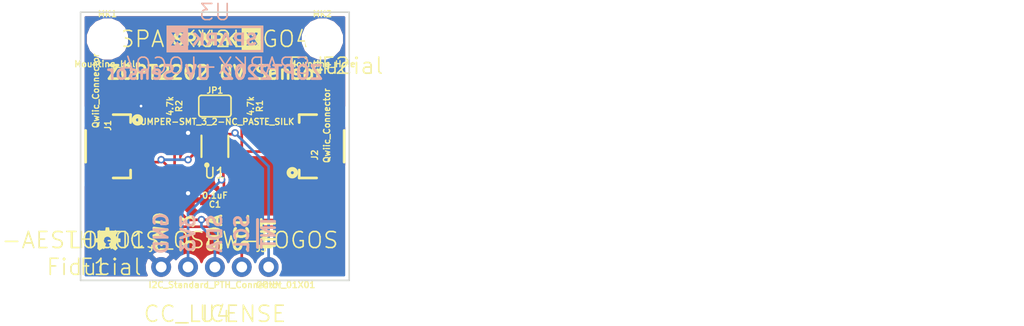
<source format=kicad_pcb>
(kicad_pcb (version 4) (host pcbnew 4.0.6)

  (general
    (links 20)
    (no_connects 0)
    (area 117.656001 90.0982 165.989429 129.7642)
    (thickness 1.6)
    (drawings 16)
    (tracks 96)
    (zones 0)
    (modules 17)
    (nets 8)
  )

  (page A4)
  (layers
    (0 F.Cu signal)
    (31 B.Cu signal)
    (34 B.Paste user hide)
    (35 F.Paste user hide)
    (36 B.SilkS user)
    (37 F.SilkS user)
    (38 B.Mask user hide)
    (39 F.Mask user hide)
    (44 Edge.Cuts user)
    (46 B.CrtYd user hide)
    (47 F.CrtYd user)
    (48 B.Fab user hide)
    (49 F.Fab user hide)
  )

  (setup
    (last_trace_width 0.25)
    (trace_clearance 0.2)
    (zone_clearance 0.3048)
    (zone_45_only no)
    (trace_min 0.2)
    (segment_width 0.2)
    (edge_width 0.15)
    (via_size 0.7)
    (via_drill 0.4)
    (via_min_size 0.4)
    (via_min_drill 0.3)
    (uvia_size 0.3)
    (uvia_drill 0.1)
    (uvias_allowed no)
    (uvia_min_size 0.2)
    (uvia_min_drill 0.1)
    (pcb_text_width 0.254)
    (pcb_text_size 1.27 1.27)
    (mod_edge_width 0.15)
    (mod_text_size 1 1)
    (mod_text_width 0.15)
    (pad_size 1.524 1.524)
    (pad_drill 0.762)
    (pad_to_mask_clearance 0.2)
    (aux_axis_origin 0 0)
    (visible_elements 7FFCFFE9)
    (pcbplotparams
      (layerselection 0x00030_80000001)
      (usegerberextensions true)
      (excludeedgelayer true)
      (linewidth 0.100000)
      (plotframeref false)
      (viasonmask false)
      (mode 1)
      (useauxorigin false)
      (hpglpennumber 1)
      (hpglpenspeed 20)
      (hpglpendiameter 15)
      (hpglpenoverlay 2)
      (psnegative false)
      (psa4output false)
      (plotreference false)
      (plotvalue false)
      (plotinvisibletext false)
      (padsonsilk false)
      (subtractmaskfromsilk false)
      (outputformat 1)
      (mirror false)
      (drillshape 0)
      (scaleselection 1)
      (outputdirectory ""))
  )

  (net 0 "")
  (net 1 GND)
  (net 2 +3V3)
  (net 3 SDA)
  (net 4 SCL)
  (net 5 ~INT)
  (net 6 "Net-(JP1-Pad1)")
  (net 7 "Net-(JP1-Pad3)")

  (net_class Default "This is the default net class."
    (clearance 0.2)
    (trace_width 0.25)
    (via_dia 0.7)
    (via_drill 0.4)
    (uvia_dia 0.3)
    (uvia_drill 0.1)
    (add_net +3V3)
    (add_net GND)
    (add_net "Net-(JP1-Pad1)")
    (add_net "Net-(JP1-Pad3)")
    (add_net SCL)
    (add_net SDA)
    (add_net ~INT)
  )

  (module SparkX:1X04_1MM_RA (layer F.Cu) (tedit 0) (tstamp 590A4B53)
    (at 142.24 104.14 270)
    (descr "<h3>SMD- 4 Pin Right Angle </h3>\n<p>Specifications:\n<ul><li>Pin count:4</li>\n<li>Pin pitch:0.1\"</li>\n</ul></p>\n<p>Example device(s):\n<ul><li>CONN_04</li>\n</ul></p>")
    (path /59076580)
    (fp_text reference J1 (at -1.397 2.159 270) (layer F.SilkS)
      (effects (font (size 0.57912 0.57912) (thickness 0.12192)) (justify left bottom))
    )
    (fp_text value Qwiic_Connector (at -1.651 3.302 270) (layer F.SilkS)
      (effects (font (size 0.57912 0.57912) (thickness 0.12192)) (justify left bottom))
    )
    (fp_line (start -1.5 4.6) (end 1.5 4.6) (layer F.SilkS) (width 0.254))
    (fp_line (start -3 2) (end -3 0.35) (layer F.SilkS) (width 0.254))
    (fp_line (start 2.25 0.35) (end 3 0.35) (layer F.SilkS) (width 0.254))
    (fp_line (start 3 0.35) (end 3 2) (layer F.SilkS) (width 0.254))
    (fp_line (start -3 0.35) (end -2.25 0.35) (layer F.SilkS) (width 0.254))
    (fp_circle (center -2.5 -0.3) (end -2.3586 -0.3) (layer F.SilkS) (width 0.4))
    (pad NC2 smd rect (at -2.8 3.675 270) (size 1.2 2) (layers F.Cu F.Paste F.Mask))
    (pad NC1 smd rect (at 2.8 3.675 270) (size 1.2 2) (layers F.Cu F.Paste F.Mask))
    (pad 1 smd rect (at -1.5 0 270) (size 0.6 1.35) (layers F.Cu F.Paste F.Mask)
      (net 1 GND))
    (pad 2 smd rect (at -0.5 0 270) (size 0.6 1.35) (layers F.Cu F.Paste F.Mask)
      (net 2 +3V3))
    (pad 3 smd rect (at 0.5 0 270) (size 0.6 1.35) (layers F.Cu F.Paste F.Mask)
      (net 3 SDA))
    (pad 4 smd rect (at 1.5 0 270) (size 0.6 1.35) (layers F.Cu F.Paste F.Mask)
      (net 4 SCL))
  )

  (module SparkX:1X04_1MM_RA (layer F.Cu) (tedit 0) (tstamp 590A4B5D)
    (at 157.48 104.14 90)
    (descr "<h3>SMD- 4 Pin Right Angle </h3>\n<p>Specifications:\n<ul><li>Pin count:4</li>\n<li>Pin pitch:0.1\"</li>\n</ul></p>\n<p>Example device(s):\n<ul><li>CONN_04</li>\n</ul></p>")
    (path /590768F2)
    (fp_text reference J2 (at -1.397 2.159 90) (layer F.SilkS)
      (effects (font (size 0.57912 0.57912) (thickness 0.12192)) (justify left bottom))
    )
    (fp_text value Qwiic_Connector (at -1.651 3.302 90) (layer F.SilkS)
      (effects (font (size 0.57912 0.57912) (thickness 0.12192)) (justify left bottom))
    )
    (fp_line (start -1.5 4.6) (end 1.5 4.6) (layer F.SilkS) (width 0.254))
    (fp_line (start -3 2) (end -3 0.35) (layer F.SilkS) (width 0.254))
    (fp_line (start 2.25 0.35) (end 3 0.35) (layer F.SilkS) (width 0.254))
    (fp_line (start 3 0.35) (end 3 2) (layer F.SilkS) (width 0.254))
    (fp_line (start -3 0.35) (end -2.25 0.35) (layer F.SilkS) (width 0.254))
    (fp_circle (center -2.5 -0.3) (end -2.3586 -0.3) (layer F.SilkS) (width 0.4))
    (pad NC2 smd rect (at -2.8 3.675 90) (size 1.2 2) (layers F.Cu F.Paste F.Mask))
    (pad NC1 smd rect (at 2.8 3.675 90) (size 1.2 2) (layers F.Cu F.Paste F.Mask))
    (pad 1 smd rect (at -1.5 0 90) (size 0.6 1.35) (layers F.Cu F.Paste F.Mask)
      (net 1 GND))
    (pad 2 smd rect (at -0.5 0 90) (size 0.6 1.35) (layers F.Cu F.Paste F.Mask)
      (net 2 +3V3))
    (pad 3 smd rect (at 0.5 0 90) (size 0.6 1.35) (layers F.Cu F.Paste F.Mask)
      (net 3 SDA))
    (pad 4 smd rect (at 1.5 0 90) (size 0.6 1.35) (layers F.Cu F.Paste F.Mask)
      (net 4 SCL))
  )

  (module SparkX:1X01_NO_SILK (layer F.Cu) (tedit 0) (tstamp 590A4B62)
    (at 154.94 115.57)
    (descr "<h3>Plated Through Hole - No Silk Outline</h3>\n<p>Specifications:\n<ul><li>Pin count:2</li>\n<li>Pin pitch:0.1\"</li>\n</ul></p>\n<p>Example device(s):\n<ul><li>CONN_02</li>\n</ul></p>")
    (path /5907F2C5)
    (fp_text reference J3 (at -1.27 -1.397) (layer F.SilkS)
      (effects (font (size 0.57912 0.57912) (thickness 0.12192)) (justify left bottom))
    )
    (fp_text value CONN_01X01 (at -1.27 2.032) (layer F.SilkS)
      (effects (font (size 0.57912 0.57912) (thickness 0.12192)) (justify left bottom))
    )
    (fp_poly (pts (xy -0.254 0.254) (xy 0.254 0.254) (xy 0.254 -0.254) (xy -0.254 -0.254)) (layer Dwgs.User) (width 0))
    (pad 1 thru_hole circle (at 0 0 90) (size 1.8796 1.8796) (drill 1.016) (layers *.Cu *.Mask)
      (net 5 ~INT))
  )

  (module SparkX:1X04_NO_SILK (layer F.Cu) (tedit 0) (tstamp 590A4B6A)
    (at 144.78 115.57)
    (descr "<h3>Plated Through Hole - 4 Pin No Silk Outline</h3>\n<p>Specifications:\n<ul><li>Pin count:4</li>\n<li>Pin pitch:0.1\"</li>\n</ul></p>\n<p>Example device(s):\n<ul><li>CONN_04</li>\n</ul></p>")
    (path /590843FA)
    (fp_text reference J4 (at -1.27 -1.397) (layer F.SilkS)
      (effects (font (size 0.57912 0.57912) (thickness 0.12192)) (justify left bottom))
    )
    (fp_text value I2C_Standard_PTH_Connector (at -1.27 2.032) (layer F.SilkS)
      (effects (font (size 0.57912 0.57912) (thickness 0.12192)) (justify left bottom))
    )
    (fp_poly (pts (xy 7.366 0.254) (xy 7.874 0.254) (xy 7.874 -0.254) (xy 7.366 -0.254)) (layer Dwgs.User) (width 0))
    (fp_poly (pts (xy 4.826 0.254) (xy 5.334 0.254) (xy 5.334 -0.254) (xy 4.826 -0.254)) (layer Dwgs.User) (width 0))
    (fp_poly (pts (xy 2.286 0.254) (xy 2.794 0.254) (xy 2.794 -0.254) (xy 2.286 -0.254)) (layer Dwgs.User) (width 0))
    (fp_poly (pts (xy -0.254 0.254) (xy 0.254 0.254) (xy 0.254 -0.254) (xy -0.254 -0.254)) (layer Dwgs.User) (width 0))
    (pad 1 thru_hole circle (at 0 0 90) (size 1.8796 1.8796) (drill 1.016) (layers *.Cu *.Mask)
      (net 1 GND))
    (pad 2 thru_hole circle (at 2.54 0 90) (size 1.8796 1.8796) (drill 1.016) (layers *.Cu *.Mask)
      (net 2 +3V3))
    (pad 3 thru_hole circle (at 5.08 0 90) (size 1.8796 1.8796) (drill 1.016) (layers *.Cu *.Mask)
      (net 3 SDA))
    (pad 4 thru_hole circle (at 7.62 0 90) (size 1.8796 1.8796) (drill 1.016) (layers *.Cu *.Mask)
      (net 4 SCL))
  )

  (module SparkFun_Sensors:ZOPT220x (layer F.Cu) (tedit 590A427A) (tstamp 590A4B96)
    (at 149.86 104.14)
    (descr KSA)
    (tags "Sensor UV")
    (path /59083639)
    (fp_text reference U1 (at 0 2.54) (layer F.SilkS)
      (effects (font (size 1 1) (thickness 0.15)))
    )
    (fp_text value ZOPT220X (at 0 -2.54) (layer F.Fab)
      (effects (font (size 1 1) (thickness 0.15)))
    )
    (fp_line (start -0.9906 0.7112) (end -0.7366 0.7112) (layer F.Fab) (width 0.127))
    (fp_line (start -0.7366 0.7112) (end -0.7366 0.9144) (layer F.Fab) (width 0.127))
    (fp_line (start -0.7366 0.9144) (end -0.9906 0.9144) (layer F.Fab) (width 0.127))
    (fp_line (start -0.9906 0.9144) (end -0.9906 0.7112) (layer F.Fab) (width 0.127))
    (fp_line (start -0.9906 0.5588) (end -0.9906 0.3556) (layer F.Fab) (width 0.127))
    (fp_line (start -0.7366 0.5588) (end -0.9906 0.5588) (layer F.Fab) (width 0.127))
    (fp_line (start -0.7366 0.3556) (end -0.7366 0.5588) (layer F.Fab) (width 0.127))
    (fp_line (start -0.9906 0.3556) (end -0.7366 0.3556) (layer F.Fab) (width 0.127))
    (fp_line (start -0.9906 -0.0508) (end -0.7366 -0.0508) (layer F.Fab) (width 0.127))
    (fp_line (start -0.7366 -0.0508) (end -0.7366 0.1524) (layer F.Fab) (width 0.127))
    (fp_line (start -0.7366 0.1524) (end -0.9906 0.1524) (layer F.Fab) (width 0.127))
    (fp_line (start -0.9906 0.1524) (end -0.9906 -0.0508) (layer F.Fab) (width 0.127))
    (fp_line (start -0.9906 -0.254) (end -0.9906 -0.4572) (layer F.Fab) (width 0.127))
    (fp_line (start -0.7366 -0.254) (end -0.9906 -0.254) (layer F.Fab) (width 0.127))
    (fp_line (start -0.7366 -0.4572) (end -0.7366 -0.254) (layer F.Fab) (width 0.127))
    (fp_line (start -0.9906 -0.4572) (end -0.7366 -0.4572) (layer F.Fab) (width 0.127))
    (fp_line (start -0.9906 -0.8636) (end -0.7366 -0.8636) (layer F.Fab) (width 0.127))
    (fp_line (start -0.7366 -0.8636) (end -0.7366 -0.6604) (layer F.Fab) (width 0.127))
    (fp_line (start -0.7366 -0.6604) (end -0.9906 -0.6604) (layer F.Fab) (width 0.127))
    (fp_line (start -0.9906 -0.6604) (end -0.9906 -0.8636) (layer F.Fab) (width 0.127))
    (fp_line (start 1.27 -1.016) (end 1.27 1.016) (layer F.SilkS) (width 0.2032))
    (fp_line (start -1.27 -1.016) (end -1.27 1.016) (layer F.SilkS) (width 0.2032))
    (fp_circle (center -0.762 1.778) (end -0.889 1.778) (layer F.SilkS) (width 0.254))
    (fp_line (start -1.1 -1) (end -1.1 1) (layer F.CrtYd) (width 0.127))
    (fp_line (start 1.1 -1) (end 1.1 1) (layer F.CrtYd) (width 0.127))
    (fp_line (start -1.1 -1) (end 1.1 -1) (layer F.CrtYd) (width 0.127))
    (fp_line (start -1.1 1) (end 1.1 1) (layer F.CrtYd) (width 0.127))
    (pad 1 smd rect (at -0.8 0.8246) (size 0.5 1) (layers F.Cu F.Paste F.Mask)
      (net 4 SCL))
    (pad 2 smd rect (at 0 0.85) (size 0.5 1) (layers F.Cu F.Paste F.Mask)
      (net 3 SDA))
    (pad 3 smd rect (at 0.8 0.85) (size 0.5 1) (layers F.Cu F.Paste F.Mask)
      (net 2 +3V3))
    (pad 6 smd rect (at -0.8 -1.15) (size 0.5 1) (layers F.Cu F.Paste F.Mask))
    (pad 5 smd rect (at 0 -1.15) (size 0.5 1) (layers F.Cu F.Paste F.Mask)
      (net 1 GND))
    (pad 4 smd rect (at 0.8 -1.15) (size 0.5 1) (layers F.Cu F.Paste F.Mask)
      (net 5 ~INT))
  )

  (module SparkX:SPARKX-MEDIUM (layer B.Cu) (tedit 590A4B6B) (tstamp 590A4B9E)
    (at 149.86 93.98 180)
    (path /58D2A8F5)
    (fp_text reference U3 (at 0 2.54 180) (layer B.SilkS)
      (effects (font (thickness 0.15)) (justify mirror))
    )
    (fp_text value SPARKX-LOGO4 (at 0 -2.54 180) (layer B.SilkS)
      (effects (font (thickness 0.15)) (justify mirror))
    )
    (fp_poly (pts (xy -4.572 1.265528) (xy -4.572 -1.265528) (xy 2.446934 -1.265528) (xy 2.446934 -1.030528)
      (xy -4.337 -1.030528) (xy -4.337 1.030528) (xy 2.529231 1.030528) (xy 2.529231 -0.123241)
      (xy 3.300069 -0.123241) (xy 3.391509 0.010059) (xy 2.981859 0.612647) (xy 3.297325 0.612647)
      (xy 3.555188 0.214884) (xy 3.814878 0.612647) (xy 4.1212 0.612647) (xy 3.71155 0.013716)
      (xy 3.805022 -0.123241) (xy 4.572 -0.123241) (xy 4.572 1.265528) (xy 2.529231 1.265528)) (layer B.SilkS) (width 0))
    (fp_poly (pts (xy 4.572 -0.123241) (xy 3.805022 -0.123241) (xy 4.139488 -0.613563) (xy 4.137659 -0.613563)
      (xy 3.822191 -0.613563) (xy 3.546956 -0.192938) (xy 3.269894 -0.613563) (xy 2.963572 -0.613563)
      (xy 3.300069 -0.123241) (xy 2.529231 -0.123241) (xy 2.529231 -1.030528) (xy 2.446934 -1.030528)
      (xy 2.446934 -1.265528) (xy 2.529231 -1.265528) (xy 4.572 -1.265528)) (layer B.SilkS) (width 0))
    (fp_poly (pts (xy -3.481122 0.629106) (xy -3.571647 0.622403) (xy -3.653944 0.602591) (xy -3.727094 0.570584)
      (xy -3.789275 0.527609) (xy -3.839363 0.473963) (xy -3.877056 0.411481) (xy -3.900525 0.340056)
      (xy -3.904284 0.300634) (xy -3.637381 0.300634) (xy -3.631388 0.326138) (xy -3.601822 0.360275)
      (xy -3.552444 0.383338) (xy -3.483863 0.391363) (xy -3.405225 0.383234) (xy -3.326588 0.359359)
      (xy -3.220009 0.300634) (xy -3.145028 0.300634) (xy -3.02575 0.473659) (xy -3.125116 0.540206)
      (xy -3.233319 0.588875) (xy -3.351681 0.618947)) (layer B.SilkS) (width 0))
    (fp_poly (pts (xy -3.145028 0.300634) (xy -3.220009 0.300634) (xy -3.165653 0.270663)) (layer B.SilkS) (width 0))
    (fp_poly (pts (xy -3.637381 0.300634) (xy -3.904284 0.300634) (xy -3.908147 0.259691) (xy -3.908147 0.256031)
      (xy -3.900728 0.172516) (xy -3.878884 0.103328) (xy -3.844038 0.046941) (xy -3.797503 0.000916)
      (xy -3.669488 -0.068581) (xy -3.500322 -0.119788) (xy -3.37505 -0.156363) (xy -3.299156 -0.191109)
      (xy -3.262578 -0.2286) (xy -3.252522 -0.275234) (xy -3.252522 -0.278891) (xy -3.264206 -0.327559)
      (xy -3.299156 -0.363931) (xy -3.354934 -0.386994) (xy -3.429916 -0.395022) (xy -3.531006 -0.384859)
      (xy -3.623769 -0.354788) (xy -3.711244 -0.307544) (xy -3.796588 -0.245975) (xy -3.955694 -0.437084)
      (xy -3.839363 -0.524153) (xy -3.710634 -0.585216) (xy -3.574391 -0.621488) (xy -3.4354 -0.633678)
      (xy -3.339997 -0.627381) (xy -3.253434 -0.608075) (xy -3.177134 -0.576988) (xy -3.111703 -0.534925)
      (xy -3.058972 -0.480975) (xy -3.01935 -0.416053) (xy -2.994659 -0.339953) (xy -2.986431 -0.254203)
      (xy -2.986431 -0.250547) (xy -2.986431 -0.246888) (xy -2.992728 -0.172009) (xy -3.012034 -0.108813)
      (xy -3.043834 -0.054763) (xy -3.087928 -0.008228) (xy -3.210459 0.064922) (xy -3.376878 0.119788)
      (xy -3.507638 0.156363) (xy -3.589019 0.189281) (xy -3.630169 0.2286) (xy -3.641141 0.280722)
      (xy -3.641141 0.284378)) (layer B.SilkS) (width 0))
    (fp_poly (pts (xy 1.863141 0.300634) (xy 1.547369 0.300634) (xy 1.339597 0.076809) (xy 1.339597 0.300634)
      (xy 1.069847 0.300634) (xy 1.069847 -0.613563) (xy 1.339597 -0.613563) (xy 1.339597 -0.238659)
      (xy 1.481328 -0.091441) (xy 1.861719 -0.613563) (xy 2.185416 -0.613563) (xy 1.663294 0.092353)) (layer B.SilkS) (width 0))
    (fp_poly (pts (xy 1.863141 0.300634) (xy 2.162556 0.612647) (xy 1.837028 0.612647) (xy 1.547369 0.300634)) (layer B.SilkS) (width 0))
    (fp_poly (pts (xy 1.339597 0.300634) (xy 1.339597 0.612647) (xy 1.069847 0.612647) (xy 1.069847 0.300634)) (layer B.SilkS) (width 0))
    (fp_poly (pts (xy 0.817272 0.300634) (xy 0.515519 0.300634) (xy 0.538481 0.270663) (xy 0.552297 0.193853)
      (xy 0.552297 0.191109) (xy 0.539191 0.120497) (xy 0.499263 0.064922) (xy 0.434138 0.029463)
      (xy 0.345644 0.017375) (xy 0.072238 0.017375) (xy 0.072238 0.300634) (xy -0.197509 0.300634)
      (xy -0.197509 -0.613563) (xy 0.072238 -0.613563) (xy 0.072238 -0.221284) (xy 0.284378 -0.221284)
      (xy 0.546813 -0.613563) (xy 0.862278 -0.613563) (xy 0.562356 -0.175566) (xy 0.668731 -0.119278)
      (xy 0.75255 -0.038406) (xy 0.807313 0.068988) (xy 0.825703 0.203913) (xy 0.825703 0.207569)
      (xy 0.818184 0.297688)) (layer B.SilkS) (width 0))
    (fp_poly (pts (xy 0.817272 0.300634) (xy 0.795425 0.377547) (xy 0.757428 0.446838) (xy 0.704088 0.505663)
      (xy 0.637031 0.5525) (xy 0.557884 0.585928) (xy 0.466547 0.605944) (xy 0.363016 0.612647)
      (xy -0.197509 0.612647) (xy -0.197509 0.300634) (xy 0.072238 0.300634) (xy 0.072238 0.369419)
      (xy 0.340156 0.369419) (xy 0.429363 0.358444) (xy 0.496519 0.325525) (xy 0.515519 0.300634)) (layer B.SilkS) (width 0))
    (fp_poly (pts (xy -0.775919 0.300634) (xy -1.298041 0.300634) (xy -1.687069 -0.613563) (xy -1.411834 -0.613563)
      (xy -1.040588 0.297181) (xy -0.669341 -0.613563) (xy -0.386791 -0.613563)) (layer B.SilkS) (width 0))
    (fp_poly (pts (xy -0.775919 0.300634) (xy -0.912572 0.621791) (xy -1.161288 0.621791) (xy -1.298041 0.300634)) (layer B.SilkS) (width 0))
    (fp_poly (pts (xy -1.795375 0.300634) (xy -2.097125 0.300634) (xy -2.069184 0.263753) (xy -2.054656 0.183794)
      (xy -2.054656 0.180138) (xy -2.068475 0.107697) (xy -2.110434 0.04755) (xy -2.177797 0.007619)
      (xy -2.267713 -0.005488) (xy -2.481681 -0.005488) (xy -2.481681 0.300634) (xy -2.752344 0.300634)
      (xy -2.752344 -0.611734) (xy -2.482597 -0.611734) (xy -2.482597 -0.244144) (xy -2.277772 -0.244144)
      (xy -2.177797 -0.237238) (xy -2.083919 -0.216713) (xy -1.999488 -0.182575) (xy -1.926641 -0.135331)
      (xy -1.866391 -0.074169) (xy -1.820572 0) (xy -1.791819 0.087172) (xy -1.782166 0.187453)
      (xy -1.78125 0.185622) (xy -1.78125 0.189281) (xy -1.789378 0.279806)) (layer B.SilkS) (width 0))
    (fp_poly (pts (xy -1.795375 0.300634) (xy -1.813256 0.362103) (xy -1.852675 0.434747) (xy -1.906525 0.496519)
      (xy -1.973581 0.5461) (xy -2.053744 0.583388) (xy -2.1463 0.60645) (xy -2.251253 0.614478)
      (xy -2.752344 0.614478) (xy -2.752344 0.300634) (xy -2.481681 0.300634) (xy -2.481681 0.369419)
      (xy -2.273197 0.369419) (xy -2.182266 0.357631) (xy -2.113178 0.321869) (xy -2.097125 0.300634)) (layer B.SilkS) (width 0))
  )

  (module SparkFun-Capacitors:0603 (layer F.Cu) (tedit 0) (tstamp 590A5209)
    (at 149.86 109.22 180)
    (descr "<p><b>Generic 1608 (0603) package</b></p>\n<p>0.2mm courtyard excess rounded to nearest 0.05mm.</p>")
    (path /590756AB)
    (fp_text reference C1 (at 0 -0.762 180) (layer F.SilkS)
      (effects (font (size 0.57912 0.57912) (thickness 0.12192)) (justify bottom))
    )
    (fp_text value 0.1uF (at 0 0.762 180) (layer F.SilkS)
      (effects (font (size 0.57912 0.57912) (thickness 0.12192)) (justify top))
    )
    (fp_line (start -0.356 -0.432) (end 0.356 -0.432) (layer Dwgs.User) (width 0.1016))
    (fp_line (start -0.356 0.419) (end 0.356 0.419) (layer Dwgs.User) (width 0.1016))
    (fp_poly (pts (xy -0.8382 0.4699) (xy -0.3381 0.4699) (xy -0.3381 -0.4801) (xy -0.8382 -0.4801)) (layer Dwgs.User) (width 0))
    (fp_poly (pts (xy 0.3302 0.4699) (xy 0.8303 0.4699) (xy 0.8303 -0.4801) (xy 0.3302 -0.4801)) (layer Dwgs.User) (width 0))
    (fp_poly (pts (xy -0.1999 0.3) (xy 0.1999 0.3) (xy 0.1999 -0.3) (xy -0.1999 -0.3)) (layer F.Adhes) (width 0))
    (pad 1 smd rect (at -0.85 0 180) (size 1.1 1) (layers F.Cu F.Paste F.Mask)
      (net 2 +3V3))
    (pad 2 smd rect (at 0.85 0 180) (size 1.1 1) (layers F.Cu F.Paste F.Mask)
      (net 1 GND))
  )

  (module SparkFun-Aesthetics:FIDUCIAL-1X2 (layer F.Cu) (tedit 0) (tstamp 590CB266)
    (at 138.43 115.57)
    (descr "<h3>Fiducial - Circle, 1mm</h3>\n<p>Point-of-reference for pick-and-place machines and other optical instruments.</p>\n<p>Devices using:\n<ul><li>FIDUCIAL</li></ul></p>")
    (path /59092EBB)
    (fp_text reference F1 (at 0 0) (layer F.SilkS)
      (effects (font (thickness 0.15)))
    )
    (fp_text value Fiducial (at 0 0) (layer F.SilkS)
      (effects (font (thickness 0.15)))
    )
    (pad 1 smd circle (at 0 0) (size 1 1) (layers F.Cu F.Paste F.Mask))
  )

  (module SparkFun-Aesthetics:FIDUCIAL-1X2 (layer F.Cu) (tedit 0) (tstamp 590CB26A)
    (at 161.29 96.52)
    (descr "<h3>Fiducial - Circle, 1mm</h3>\n<p>Point-of-reference for pick-and-place machines and other optical instruments.</p>\n<p>Devices using:\n<ul><li>FIDUCIAL</li></ul></p>")
    (path /59092D95)
    (fp_text reference F2 (at 0 0) (layer F.SilkS)
      (effects (font (thickness 0.15)))
    )
    (fp_text value Fiducial (at 0 0) (layer F.SilkS)
      (effects (font (thickness 0.15)))
    )
    (pad 1 smd circle (at 0 0) (size 1 1) (layers F.Cu F.Paste F.Mask))
  )

  (module SparkFun-Jumpers:SMT-JUMPER_3_2-NC_PASTE_SILK (layer F.Cu) (tedit 0) (tstamp 590CB273)
    (at 149.86 100.33)
    (path /59082286)
    (fp_text reference JP1 (at 0 -1.143) (layer F.SilkS)
      (effects (font (size 0.57912 0.57912) (thickness 0.12192)) (justify bottom))
    )
    (fp_text value JUMPER-SMT_3_2-NC_PASTE_SILK (at 0 1.143) (layer F.SilkS)
      (effects (font (size 0.57912 0.57912) (thickness 0.12192)) (justify top))
    )
    (fp_line (start 1.27 1.016) (end -1.27 1.016) (layer F.SilkS) (width 0.1524))
    (fp_arc (start 1.27 -0.762) (end 1.27 -1.016) (angle 90) (layer F.SilkS) (width 0.1524))
    (fp_arc (start -1.27 -0.762) (end -1.524 -0.762) (angle 90) (layer F.SilkS) (width 0.1524))
    (fp_arc (start -1.27 0.762) (end -1.524 0.762) (angle -90) (layer F.SilkS) (width 0.1524))
    (fp_arc (start 1.27 0.762) (end 1.27 1.016) (angle -90) (layer F.SilkS) (width 0.1524))
    (fp_line (start 1.524 0.762) (end 1.524 -0.762) (layer F.SilkS) (width 0.1524))
    (fp_line (start -1.524 0.762) (end -1.524 -0.762) (layer F.SilkS) (width 0.1524))
    (fp_line (start -1.27 -1.016) (end 1.27 -1.016) (layer F.SilkS) (width 0.1524))
    (fp_poly (pts (xy -1.651 1.1176) (xy 1.651 1.1176) (xy 1.651 -1.1176) (xy -1.651 -1.1176)) (layer F.Paste) (width 0))
    (pad 1 smd rect (at -0.8128 0) (size 0.635 1.27) (layers F.Cu F.Paste F.Mask)
      (net 6 "Net-(JP1-Pad1)"))
    (pad 2 smd rect (at 0 0) (size 0.635 1.27) (layers F.Cu F.Paste F.Mask)
      (net 2 +3V3))
    (pad 3 smd rect (at 0.8128 0) (size 0.635 1.27) (layers F.Cu F.Paste F.Mask)
      (net 7 "Net-(JP1-Pad3)"))
  )

  (module SparkFun-Aesthetics:OSHW-LOGO-MINI (layer F.Cu) (tedit 0) (tstamp 590CB279)
    (at 139.7 113.03)
    (descr "<h3>Open-Source Hardware (OSHW) Logo - Mini - Silkscreen</h3>\n<p>Silkscreen logo for open-source hardware designs.</p>\n<p>Devices using:\n<ul><li>OSHW_LOGO</li></ul></p>")
    (path /59090398)
    (fp_text reference LOGO1 (at 0 0) (layer F.SilkS)
      (effects (font (thickness 0.15)))
    )
    (fp_text value SPARKFUN-AESTHETICS_OSHW-LOGOS (at 0 0) (layer F.SilkS)
      (effects (font (thickness 0.15)))
    )
    (fp_poly (pts (xy 1.2366 0.172631) (xy 1.2366 -0.147369) (xy 0.8766 -0.207369) (xy 0.8766 -0.247369)
      (xy 0.8666 -0.257369) (xy 0.8666 -0.277369) (xy 0.8566 -0.287369) (xy 0.8466 -0.307369)
      (xy 0.8466 -0.327369) (xy 0.8366 -0.337369) (xy 0.8366 -0.357369) (xy 0.8266 -0.367369)
      (xy 0.8166 -0.387369) (xy 0.8066 -0.397369) (xy 0.8066 -0.417369) (xy 0.7966 -0.427369)
      (xy 0.7866 -0.447369) (xy 0.7766 -0.457369) (xy 0.9866 -0.747369) (xy 0.7566 -0.967369)
      (xy 0.4666 -0.767369) (xy 0.4566 -0.777369) (xy 0.4366 -0.787369) (xy 0.4266 -0.787369)
      (xy 0.4066 -0.797369) (xy 0.3966 -0.807369) (xy 0.3766 -0.817369) (xy 0.3666 -0.817369)
      (xy 0.3466 -0.827369) (xy 0.3366 -0.837369) (xy 0.3166 -0.837369) (xy 0.2966 -0.847369)
      (xy 0.2866 -0.847369) (xy 0.2666 -0.857369) (xy 0.2566 -0.857369) (xy 0.2366 -0.867369)
      (xy 0.2166 -0.867369) (xy 0.1566 -1.217369) (xy -0.1634 -1.217369) (xy -0.2234 -0.867369)
      (xy -0.2334 -0.867369) (xy -0.2534 -0.857369) (xy -0.2734 -0.857369) (xy -0.2834 -0.847369)
      (xy -0.3034 -0.847369) (xy -0.3234 -0.837369) (xy -0.3334 -0.837369) (xy -0.3534 -0.827369)
      (xy -0.3634 -0.817369) (xy -0.3834 -0.817369) (xy -0.3934 -0.807369) (xy -0.4134 -0.797369)
      (xy -0.4234 -0.787369) (xy -0.4434 -0.787369) (xy -0.4534 -0.777369) (xy -0.4734 -0.767369)
      (xy -0.7634 -0.967369) (xy -0.9834 -0.747369) (xy -0.7834 -0.457369) (xy -0.7934 -0.447369)
      (xy -0.7934 -0.427369) (xy -0.8034 -0.417369) (xy -0.8134 -0.397369) (xy -0.8234 -0.387369)
      (xy -0.8234 -0.367369) (xy -0.8334 -0.357369) (xy -0.8434 -0.337369) (xy -0.8434 -0.327369)
      (xy -0.8634 -0.287369) (xy -0.8634 -0.277369) (xy -0.8734 -0.257369) (xy -0.8734 -0.247369)
      (xy -0.8834 -0.227369) (xy -0.8834 -0.207369) (xy -1.2334 -0.147369) (xy -1.2334 0.172631)
      (xy -0.8834 0.232631) (xy -0.8834 0.242631) (xy -0.8734 0.262631) (xy -0.8734 0.282631)
      (xy -0.8634 0.292631) (xy -0.8634 0.312631) (xy -0.8534 0.322631) (xy -0.8434 0.342631)
      (xy -0.8434 0.362631) (xy -0.8334 0.372631) (xy -0.8334 0.392631) (xy -0.8234 0.402631)
      (xy -0.8134 0.422631) (xy -0.8034 0.432631) (xy -0.7934 0.452631) (xy -0.7934 0.462631)
      (xy -0.7834 0.482631) (xy -0.9834 0.762631) (xy -0.7634 0.992631) (xy -0.4734 0.792631)
      (xy -0.4634 0.792631) (xy -0.4534 0.802631) (xy -0.4434 0.802631) (xy -0.4334 0.812631)
      (xy -0.4234 0.812631) (xy -0.4134 0.822631) (xy -0.4034 0.822631) (xy -0.3934 0.832631)
      (xy -0.3834 0.832631) (xy -0.3734 0.842631) (xy -0.3634 0.842631) (xy -0.3534 0.852631)
      (xy -0.3334 0.852631) (xy -0.3234 0.862631) (xy -0.1234 0.322631) (xy -0.1534 0.312631)
      (xy -0.1934 0.292631) (xy -0.2134 0.272631) (xy -0.2334 0.262631) (xy -0.2534 0.242631)
      (xy -0.2634 0.222631) (xy -0.2834 0.202631) (xy -0.3034 0.162631) (xy -0.3134 0.132631)
      (xy -0.3334 0.092631) (xy -0.3334 0.062631) (xy -0.3434 0.032631) (xy -0.3434 -0.027369)
      (xy -0.3034 -0.147369) (xy -0.2634 -0.207369) (xy -0.2434 -0.227369) (xy -0.2134 -0.247369)
      (xy -0.1934 -0.267369) (xy -0.1634 -0.287369) (xy -0.1334 -0.297369) (xy -0.1034 -0.317369)
      (xy -0.0734 -0.317369) (xy -0.0334 -0.327369) (xy 0.0366 -0.327369) (xy 0.0666 -0.317369)
      (xy 0.0966 -0.317369) (xy 0.1266 -0.297369) (xy 0.1566 -0.287369) (xy 0.2166 -0.247369)
      (xy 0.2566 -0.207369) (xy 0.2966 -0.147369) (xy 0.3066 -0.117369) (xy 0.3266 -0.087369)
      (xy 0.3266 -0.057369) (xy 0.3366 -0.027369) (xy 0.3366 0.062631) (xy 0.3266 0.092631)
      (xy 0.3266 0.112631) (xy 0.3166 0.132631) (xy 0.3066 0.162631) (xy 0.2966 0.182631)
      (xy 0.2766 0.202631) (xy 0.2666 0.222631) (xy 0.2266 0.262631) (xy 0.2066 0.272631)
      (xy 0.1866 0.292631) (xy 0.1266 0.322631) (xy 0.3266 0.862631) (xy 0.3266 0.852631)
      (xy 0.3466 0.852631) (xy 0.3566 0.842631) (xy 0.3666 0.842631) (xy 0.3766 0.832631)
      (xy 0.3866 0.832631) (xy 0.3966 0.822631) (xy 0.4166 0.822631) (xy 0.4266 0.812631)
      (xy 0.4366 0.812631) (xy 0.4566 0.792631) (xy 0.4666 0.792631) (xy 0.7566 0.992631)
      (xy 0.9866 0.762631) (xy 0.7766 0.482631) (xy 0.7866 0.462631) (xy 0.7966 0.452631)
      (xy 0.8066 0.432631) (xy 0.8066 0.422631) (xy 0.8166 0.402631) (xy 0.8266 0.392631)
      (xy 0.8366 0.372631) (xy 0.8366 0.362631) (xy 0.8566 0.322631) (xy 0.8566 0.312631)
      (xy 0.8666 0.292631) (xy 0.8666 0.282631) (xy 0.8766 0.262631) (xy 0.8766 0.242631)
      (xy 0.8866 0.232631)) (layer F.SilkS) (width 0))
  )

  (module SparkFun-Hardware:STAND-OFF (layer F.Cu) (tedit 0) (tstamp 590CB27C)
    (at 139.7 93.98)
    (descr "<h3>Standoff (#4 Screw)</h3>\n<p>This is the mechanical footprint for a #4 phillips button head screw. Use the keepout ring to avoid running the screw head into surrounding components.</p>\n<h4>Devices Using</h4>\n<ul><li>STAND-OFF</li></ul>")
    (path /59075789)
    (fp_text reference MK1 (at 0 -2.032) (layer F.SilkS)
      (effects (font (size 0.57912 0.57912) (thickness 0.12192)) (justify bottom))
    )
    (fp_text value Mounting_Hole (at 0 2.032) (layer F.SilkS)
      (effects (font (size 0.57912 0.57912) (thickness 0.12192)) (justify top))
    )
    (fp_circle (center 0 0) (end 2.794 0) (layer Cmts.User) (width 0.127))
    (pad "" np_thru_hole circle (at 0 0) (size 3.302 3.302) (drill 3.302) (layers *.Cu))
  )

  (module SparkFun-Hardware:STAND-OFF (layer F.Cu) (tedit 0) (tstamp 590CB280)
    (at 160.02 93.98)
    (descr "<h3>Standoff (#4 Screw)</h3>\n<p>This is the mechanical footprint for a #4 phillips button head screw. Use the keepout ring to avoid running the screw head into surrounding components.</p>\n<h4>Devices Using</h4>\n<ul><li>STAND-OFF</li></ul>")
    (path /59084A42)
    (fp_text reference MK2 (at 0 -2.032) (layer F.SilkS)
      (effects (font (size 0.57912 0.57912) (thickness 0.12192)) (justify bottom))
    )
    (fp_text value Mounting_Hole (at 0 2.032) (layer F.SilkS)
      (effects (font (size 0.57912 0.57912) (thickness 0.12192)) (justify top))
    )
    (fp_circle (center 0 0) (end 2.794 0) (layer Cmts.User) (width 0.127))
    (pad "" np_thru_hole circle (at 0 0) (size 3.302 3.302) (drill 3.302) (layers *.Cu))
  )

  (module SparkFun-Resistors:0603 (layer F.Cu) (tedit 0) (tstamp 590CB284)
    (at 153.67 100.33 270)
    (descr "<p><b>Generic 1608 (0603) package</b></p>\n<p>0.2mm courtyard excess rounded to nearest 0.05mm.</p>")
    (path /5907FA82)
    (fp_text reference R1 (at 0 -0.762 270) (layer F.SilkS)
      (effects (font (size 0.57912 0.57912) (thickness 0.12192)) (justify bottom))
    )
    (fp_text value 4.7k (at 0 0.762 270) (layer F.SilkS)
      (effects (font (size 0.57912 0.57912) (thickness 0.12192)) (justify top))
    )
    (fp_line (start -0.356 -0.432) (end 0.356 -0.432) (layer Dwgs.User) (width 0.1016))
    (fp_line (start -0.356 0.419) (end 0.356 0.419) (layer Dwgs.User) (width 0.1016))
    (fp_poly (pts (xy -0.8382 0.4699) (xy -0.3381 0.4699) (xy -0.3381 -0.4801) (xy -0.8382 -0.4801)) (layer Dwgs.User) (width 0))
    (fp_poly (pts (xy 0.3302 0.4699) (xy 0.8303 0.4699) (xy 0.8303 -0.4801) (xy 0.3302 -0.4801)) (layer Dwgs.User) (width 0))
    (fp_poly (pts (xy -0.1999 0.3) (xy 0.1999 0.3) (xy 0.1999 -0.3) (xy -0.1999 -0.3)) (layer F.Adhes) (width 0))
    (pad 1 smd rect (at -0.85 0 270) (size 1.1 1) (layers F.Cu F.Paste F.Mask)
      (net 7 "Net-(JP1-Pad3)"))
    (pad 2 smd rect (at 0.85 0 270) (size 1.1 1) (layers F.Cu F.Paste F.Mask)
      (net 4 SCL))
  )

  (module SparkFun-Resistors:0603 (layer F.Cu) (tedit 0) (tstamp 590CB289)
    (at 146.05 100.33 270)
    (descr "<p><b>Generic 1608 (0603) package</b></p>\n<p>0.2mm courtyard excess rounded to nearest 0.05mm.</p>")
    (path /590756F4)
    (fp_text reference R2 (at 0 -0.762 270) (layer F.SilkS)
      (effects (font (size 0.57912 0.57912) (thickness 0.12192)) (justify bottom))
    )
    (fp_text value 4.7k (at 0 0.762 270) (layer F.SilkS)
      (effects (font (size 0.57912 0.57912) (thickness 0.12192)) (justify top))
    )
    (fp_line (start -0.356 -0.432) (end 0.356 -0.432) (layer Dwgs.User) (width 0.1016))
    (fp_line (start -0.356 0.419) (end 0.356 0.419) (layer Dwgs.User) (width 0.1016))
    (fp_poly (pts (xy -0.8382 0.4699) (xy -0.3381 0.4699) (xy -0.3381 -0.4801) (xy -0.8382 -0.4801)) (layer Dwgs.User) (width 0))
    (fp_poly (pts (xy 0.3302 0.4699) (xy 0.8303 0.4699) (xy 0.8303 -0.4801) (xy 0.3302 -0.4801)) (layer Dwgs.User) (width 0))
    (fp_poly (pts (xy -0.1999 0.3) (xy 0.1999 0.3) (xy 0.1999 -0.3) (xy -0.1999 -0.3)) (layer F.Adhes) (width 0))
    (pad 1 smd rect (at -0.85 0 270) (size 1.1 1) (layers F.Cu F.Paste F.Mask)
      (net 6 "Net-(JP1-Pad1)"))
    (pad 2 smd rect (at 0.85 0 270) (size 1.1 1) (layers F.Cu F.Paste F.Mask)
      (net 3 SDA))
  )

  (module SparkFun-Aesthetics:CREATIVE_COMMONS (layer F.Cu) (tedit 0) (tstamp 590CB28E)
    (at 149.86 120.015)
    (descr "<h3>Creative Commons License Template</h3>\n<p>CC BY-SA 4.0 License with <a href=\"https://creativecommons.org/licenses/by-sa/4.0/\">link to license</a> and placeholder for designer name.</p>\n<p>Devices using:\n<ul><li>FRAME_LEDGER</li>\n<li>FRAME_LETTER</li></ul></p>")
    (path /5909150A)
    (fp_text reference U4 (at 0 0) (layer F.SilkS)
      (effects (font (thickness 0.15)))
    )
    (fp_text value CC_LICENSE (at 0 0) (layer F.SilkS)
      (effects (font (thickness 0.15)))
    )
    (fp_text user "Released under the Creative Commons Attribution Share-Alike 4.0 License" (at -20.32 -5.08) (layer Dwgs.User)
      (effects (font (size 1.6891 1.6891) (thickness 0.14224)) (justify left bottom))
    )
    (fp_text user " https://creativecommons.org/licenses/by-sa/4.0/" (at 0 -2.54) (layer Dwgs.User)
      (effects (font (size 1.6891 1.6891) (thickness 0.14224)) (justify left bottom))
    )
    (fp_text user "Designed by:" (at 11.43 0) (layer Dwgs.User)
      (effects (font (size 1.6891 1.6891) (thickness 0.14224)) (justify left bottom))
    )
  )

  (module SparkX:SPARKX-MEDIUM (layer F.Cu) (tedit 0) (tstamp 590A4B9A)
    (at 149.86 93.98)
    (path /58D2A9BD)
    (fp_text reference U2 (at 0 0) (layer F.SilkS)
      (effects (font (thickness 0.15)))
    )
    (fp_text value SPARKX-LOGO4 (at 0 0) (layer F.SilkS)
      (effects (font (thickness 0.15)))
    )
    (fp_poly (pts (xy -4.572 -1.265528) (xy -4.572 1.265528) (xy 2.446934 1.265528) (xy 2.446934 1.030528)
      (xy -4.337 1.030528) (xy -4.337 -1.030528) (xy 2.529231 -1.030528) (xy 2.529231 0.123241)
      (xy 3.300069 0.123241) (xy 3.391509 -0.010059) (xy 2.981859 -0.612647) (xy 3.297325 -0.612647)
      (xy 3.555188 -0.214884) (xy 3.814878 -0.612647) (xy 4.1212 -0.612647) (xy 3.71155 -0.013716)
      (xy 3.805022 0.123241) (xy 4.572 0.123241) (xy 4.572 -1.265528) (xy 2.529231 -1.265528)) (layer F.SilkS) (width 0))
    (fp_poly (pts (xy 4.572 0.123241) (xy 3.805022 0.123241) (xy 4.139488 0.613563) (xy 4.137659 0.613563)
      (xy 3.822191 0.613563) (xy 3.546956 0.192938) (xy 3.269894 0.613563) (xy 2.963572 0.613563)
      (xy 3.300069 0.123241) (xy 2.529231 0.123241) (xy 2.529231 1.030528) (xy 2.446934 1.030528)
      (xy 2.446934 1.265528) (xy 2.529231 1.265528) (xy 4.572 1.265528)) (layer F.SilkS) (width 0))
    (fp_poly (pts (xy -3.481122 -0.629106) (xy -3.571647 -0.622403) (xy -3.653944 -0.602591) (xy -3.727094 -0.570584)
      (xy -3.789275 -0.527609) (xy -3.839363 -0.473963) (xy -3.877056 -0.411481) (xy -3.900525 -0.340056)
      (xy -3.904284 -0.300634) (xy -3.637381 -0.300634) (xy -3.631388 -0.326138) (xy -3.601822 -0.360275)
      (xy -3.552444 -0.383338) (xy -3.483863 -0.391363) (xy -3.405225 -0.383234) (xy -3.326588 -0.359359)
      (xy -3.220009 -0.300634) (xy -3.145028 -0.300634) (xy -3.02575 -0.473659) (xy -3.125116 -0.540206)
      (xy -3.233319 -0.588875) (xy -3.351681 -0.618947)) (layer F.SilkS) (width 0))
    (fp_poly (pts (xy -3.145028 -0.300634) (xy -3.220009 -0.300634) (xy -3.165653 -0.270663)) (layer F.SilkS) (width 0))
    (fp_poly (pts (xy -3.637381 -0.300634) (xy -3.904284 -0.300634) (xy -3.908147 -0.259691) (xy -3.908147 -0.256031)
      (xy -3.900728 -0.172516) (xy -3.878884 -0.103328) (xy -3.844038 -0.046941) (xy -3.797503 -0.000916)
      (xy -3.669488 0.068581) (xy -3.500322 0.119788) (xy -3.37505 0.156363) (xy -3.299156 0.191109)
      (xy -3.262578 0.2286) (xy -3.252522 0.275234) (xy -3.252522 0.278891) (xy -3.264206 0.327559)
      (xy -3.299156 0.363931) (xy -3.354934 0.386994) (xy -3.429916 0.395022) (xy -3.531006 0.384859)
      (xy -3.623769 0.354788) (xy -3.711244 0.307544) (xy -3.796588 0.245975) (xy -3.955694 0.437084)
      (xy -3.839363 0.524153) (xy -3.710634 0.585216) (xy -3.574391 0.621488) (xy -3.4354 0.633678)
      (xy -3.339997 0.627381) (xy -3.253434 0.608075) (xy -3.177134 0.576988) (xy -3.111703 0.534925)
      (xy -3.058972 0.480975) (xy -3.01935 0.416053) (xy -2.994659 0.339953) (xy -2.986431 0.254203)
      (xy -2.986431 0.250547) (xy -2.986431 0.246888) (xy -2.992728 0.172009) (xy -3.012034 0.108813)
      (xy -3.043834 0.054763) (xy -3.087928 0.008228) (xy -3.210459 -0.064922) (xy -3.376878 -0.119788)
      (xy -3.507638 -0.156363) (xy -3.589019 -0.189281) (xy -3.630169 -0.2286) (xy -3.641141 -0.280722)
      (xy -3.641141 -0.284378)) (layer F.SilkS) (width 0))
    (fp_poly (pts (xy 1.863141 -0.300634) (xy 1.547369 -0.300634) (xy 1.339597 -0.076809) (xy 1.339597 -0.300634)
      (xy 1.069847 -0.300634) (xy 1.069847 0.613563) (xy 1.339597 0.613563) (xy 1.339597 0.238659)
      (xy 1.481328 0.091441) (xy 1.861719 0.613563) (xy 2.185416 0.613563) (xy 1.663294 -0.092353)) (layer F.SilkS) (width 0))
    (fp_poly (pts (xy 1.863141 -0.300634) (xy 2.162556 -0.612647) (xy 1.837028 -0.612647) (xy 1.547369 -0.300634)) (layer F.SilkS) (width 0))
    (fp_poly (pts (xy 1.339597 -0.300634) (xy 1.339597 -0.612647) (xy 1.069847 -0.612647) (xy 1.069847 -0.300634)) (layer F.SilkS) (width 0))
    (fp_poly (pts (xy 0.817272 -0.300634) (xy 0.515519 -0.300634) (xy 0.538481 -0.270663) (xy 0.552297 -0.193853)
      (xy 0.552297 -0.191109) (xy 0.539191 -0.120497) (xy 0.499263 -0.064922) (xy 0.434138 -0.029463)
      (xy 0.345644 -0.017375) (xy 0.072238 -0.017375) (xy 0.072238 -0.300634) (xy -0.197509 -0.300634)
      (xy -0.197509 0.613563) (xy 0.072238 0.613563) (xy 0.072238 0.221284) (xy 0.284378 0.221284)
      (xy 0.546813 0.613563) (xy 0.862278 0.613563) (xy 0.562356 0.175566) (xy 0.668731 0.119278)
      (xy 0.75255 0.038406) (xy 0.807313 -0.068988) (xy 0.825703 -0.203913) (xy 0.825703 -0.207569)
      (xy 0.818184 -0.297688)) (layer F.SilkS) (width 0))
    (fp_poly (pts (xy 0.817272 -0.300634) (xy 0.795425 -0.377547) (xy 0.757428 -0.446838) (xy 0.704088 -0.505663)
      (xy 0.637031 -0.5525) (xy 0.557884 -0.585928) (xy 0.466547 -0.605944) (xy 0.363016 -0.612647)
      (xy -0.197509 -0.612647) (xy -0.197509 -0.300634) (xy 0.072238 -0.300634) (xy 0.072238 -0.369419)
      (xy 0.340156 -0.369419) (xy 0.429363 -0.358444) (xy 0.496519 -0.325525) (xy 0.515519 -0.300634)) (layer F.SilkS) (width 0))
    (fp_poly (pts (xy -0.775919 -0.300634) (xy -1.298041 -0.300634) (xy -1.687069 0.613563) (xy -1.411834 0.613563)
      (xy -1.040588 -0.297181) (xy -0.669341 0.613563) (xy -0.386791 0.613563)) (layer F.SilkS) (width 0))
    (fp_poly (pts (xy -0.775919 -0.300634) (xy -0.912572 -0.621791) (xy -1.161288 -0.621791) (xy -1.298041 -0.300634)) (layer F.SilkS) (width 0))
    (fp_poly (pts (xy -1.795375 -0.300634) (xy -2.097125 -0.300634) (xy -2.069184 -0.263753) (xy -2.054656 -0.183794)
      (xy -2.054656 -0.180138) (xy -2.068475 -0.107697) (xy -2.110434 -0.04755) (xy -2.177797 -0.007619)
      (xy -2.267713 0.005488) (xy -2.481681 0.005488) (xy -2.481681 -0.300634) (xy -2.752344 -0.300634)
      (xy -2.752344 0.611734) (xy -2.482597 0.611734) (xy -2.482597 0.244144) (xy -2.277772 0.244144)
      (xy -2.177797 0.237238) (xy -2.083919 0.216713) (xy -1.999488 0.182575) (xy -1.926641 0.135331)
      (xy -1.866391 0.074169) (xy -1.820572 0) (xy -1.791819 -0.087172) (xy -1.782166 -0.187453)
      (xy -1.78125 -0.185622) (xy -1.78125 -0.189281) (xy -1.789378 -0.279806)) (layer F.SilkS) (width 0))
    (fp_poly (pts (xy -1.795375 -0.300634) (xy -1.813256 -0.362103) (xy -1.852675 -0.434747) (xy -1.906525 -0.496519)
      (xy -1.973581 -0.5461) (xy -2.053744 -0.583388) (xy -2.1463 -0.60645) (xy -2.251253 -0.614478)
      (xy -2.752344 -0.614478) (xy -2.752344 -0.300634) (xy -2.481681 -0.300634) (xy -2.481681 -0.369419)
      (xy -2.273197 -0.369419) (xy -2.182266 -0.357631) (xy -2.113178 -0.321869) (xy -2.097125 -0.300634)) (layer F.SilkS) (width 0))
  )

  (gr_text "ZOPT2202 UV Sensor" (at 149.86 97.155) (layer B.SilkS)
    (effects (font (size 1.27 1.27) (thickness 0.254)) (justify mirror))
  )
  (gr_text GND (at 144.78 112.395 90) (layer B.SilkS) (tstamp 590CBA71)
    (effects (font (size 1.27 1.27) (thickness 0.254)) (justify mirror))
  )
  (gr_text 3V3 (at 147.32 112.395 90) (layer B.SilkS) (tstamp 590CBA70)
    (effects (font (size 1.27 1.27) (thickness 0.254)) (justify mirror))
  )
  (gr_text SDA (at 149.86 112.395 90) (layer B.SilkS) (tstamp 590CBA6F)
    (effects (font (size 1.27 1.27) (thickness 0.254)) (justify mirror))
  )
  (gr_text SCL (at 152.4 112.395 90) (layer B.SilkS) (tstamp 590CBA6E)
    (effects (font (size 1.27 1.27) (thickness 0.254)) (justify mirror))
  )
  (gr_text ~INT (at 154.94 112.395 90) (layer B.SilkS) (tstamp 590CBA6D)
    (effects (font (size 1.27 1.27) (thickness 0.254)) (justify mirror))
  )
  (gr_text ~INT (at 154.94 112.395 90) (layer F.SilkS)
    (effects (font (size 1.27 1.27) (thickness 0.254)))
  )
  (gr_text SCL (at 152.4 112.395 90) (layer F.SilkS)
    (effects (font (size 1.27 1.27) (thickness 0.254)))
  )
  (gr_text SDA (at 149.86 112.395 90) (layer F.SilkS)
    (effects (font (size 1.27 1.27) (thickness 0.254)))
  )
  (gr_text 3V3 (at 147.32 112.395 90) (layer F.SilkS)
    (effects (font (size 1.27 1.27) (thickness 0.254)))
  )
  (gr_text GND (at 144.78 112.395 90) (layer F.SilkS)
    (effects (font (size 1.27 1.27) (thickness 0.254) italic))
  )
  (gr_text "ZOPT2202 UV Sensor" (at 149.86 97.155) (layer F.SilkS)
    (effects (font (size 1.27 1.27) (thickness 0.254)))
  )
  (gr_line (start 162.56 116.84) (end 137.16 116.84) (angle 90) (layer Edge.Cuts) (width 0.15))
  (gr_line (start 162.56 91.44) (end 162.56 116.84) (angle 90) (layer Edge.Cuts) (width 0.15))
  (gr_line (start 137.16 91.44) (end 162.56 91.44) (angle 90) (layer Edge.Cuts) (width 0.15))
  (gr_line (start 137.16 116.84) (end 137.16 91.44) (angle 90) (layer Edge.Cuts) (width 0.15))

  (segment (start 149.01 109.22) (end 147.955 109.22) (width 0.25) (layer F.Cu) (net 1))
  (segment (start 147.955 109.22) (end 147.32 108.585) (width 0.25) (layer F.Cu) (net 1) (tstamp 590CB864))
  (via (at 147.32 108.585) (size 0.7) (drill 0.4) (layers F.Cu B.Cu) (net 1))
  (segment (start 147.32 108.585) (end 148.59 107.315) (width 0.25) (layer B.Cu) (net 1) (tstamp 590CB867))
  (segment (start 148.59 107.315) (end 148.59 104.14) (width 0.25) (layer B.Cu) (net 1) (tstamp 590CB868))
  (segment (start 148.59 104.14) (end 147.32 102.87) (width 0.25) (layer B.Cu) (net 1) (tstamp 590CB86E))
  (segment (start 142.24 100.965) (end 142.24 102.64) (width 0.25) (layer F.Cu) (net 1))
  (via (at 147.32 102.87) (size 0.7) (drill 0.4) (layers F.Cu B.Cu) (net 1))
  (segment (start 145.415 102.87) (end 147.32 102.87) (width 0.25) (layer B.Cu) (net 1) (tstamp 590CB856))
  (segment (start 142.875 100.33) (end 145.415 102.87) (width 0.25) (layer B.Cu) (net 1) (tstamp 590CB855))
  (via (at 142.875 100.33) (size 0.508) (drill 0.254) (layers F.Cu B.Cu) (net 1))
  (segment (start 142.24 100.965) (end 142.875 100.33) (width 0.25) (layer F.Cu) (net 1) (tstamp 590CB84F))
  (segment (start 150.66 104.99) (end 150.66 107.15) (width 0.25) (layer F.Cu) (net 2))
  (segment (start 150.66 107.15) (end 150.495 107.315) (width 0.25) (layer F.Cu) (net 2) (tstamp 590CB646))
  (segment (start 150.71 109.22) (end 150.71 107.53) (width 0.25) (layer F.Cu) (net 2))
  (segment (start 150.71 107.53) (end 150.495 107.315) (width 0.25) (layer F.Cu) (net 2) (tstamp 590CB641))
  (segment (start 147.32 115.57) (end 147.32 110.49) (width 0.25) (layer B.Cu) (net 2))
  (via (at 150.495 107.315) (size 0.7) (drill 0.4) (layers F.Cu B.Cu) (net 2))
  (segment (start 147.32 110.49) (end 150.495 107.315) (width 0.25) (layer B.Cu) (net 2) (tstamp 590CB60C))
  (segment (start 152.4 104.64) (end 152.4 104.14) (width 0.25) (layer F.Cu) (net 2))
  (segment (start 149.86 100.33) (end 149.86 100.965) (width 0.25) (layer F.Cu) (net 2))
  (segment (start 149.86 100.965) (end 150.495 101.6) (width 0.25) (layer F.Cu) (net 2) (tstamp 590CB4B9))
  (segment (start 150.495 101.6) (end 151.765 101.6) (width 0.25) (layer F.Cu) (net 2) (tstamp 590CB4BB))
  (segment (start 151.765 101.6) (end 152.4 102.235) (width 0.25) (layer F.Cu) (net 2) (tstamp 590CB4BC))
  (segment (start 152.4 102.235) (end 152.4 104.14) (width 0.25) (layer F.Cu) (net 2) (tstamp 590CB4BD))
  (segment (start 142.24 103.64) (end 144.01 103.64) (width 0.25) (layer F.Cu) (net 2))
  (segment (start 144.01 103.64) (end 144.78 102.87) (width 0.25) (layer F.Cu) (net 2) (tstamp 590CB4B1))
  (segment (start 144.78 102.87) (end 144.78 98.425) (width 0.25) (layer F.Cu) (net 2) (tstamp 590CB4B2))
  (segment (start 144.78 98.425) (end 145.415 97.79) (width 0.25) (layer F.Cu) (net 2) (tstamp 590CB4B3))
  (segment (start 145.415 97.79) (end 149.225 97.79) (width 0.25) (layer F.Cu) (net 2) (tstamp 590CB4B4))
  (segment (start 149.225 97.79) (end 149.86 98.425) (width 0.25) (layer F.Cu) (net 2) (tstamp 590CB4B5))
  (segment (start 149.86 98.425) (end 149.86 100.33) (width 0.25) (layer F.Cu) (net 2) (tstamp 590CB4B6))
  (segment (start 150.66 104.99) (end 151.55 104.99) (width 0.25) (layer F.Cu) (net 2))
  (segment (start 151.55 104.99) (end 151.765 104.775) (width 0.25) (layer F.Cu) (net 2) (tstamp 590CB4AE))
  (segment (start 157.48 104.64) (end 152.4 104.64) (width 0.25) (layer F.Cu) (net 2))
  (segment (start 152.4 104.64) (end 151.9 104.64) (width 0.25) (layer F.Cu) (net 2) (tstamp 590CB4C0))
  (segment (start 151.9 104.64) (end 151.765 104.775) (width 0.25) (layer F.Cu) (net 2) (tstamp 590CB4AB))
  (segment (start 150.66 109.17) (end 150.71 109.22) (width 0.25) (layer F.Cu) (net 2) (tstamp 590CB4A7))
  (segment (start 149.86 111.125) (end 148.59 111.085) (width 0.25) (layer F.Cu) (net 3))
  (segment (start 148.59 111.085) (end 147.32 111.125) (width 0.25) (layer F.Cu) (net 3))
  (segment (start 148.59 111.76) (end 148.59 111.085) (width 0.25) (layer B.Cu) (net 3))
  (via (at 148.59 111.085) (size 0.7) (drill 0.4) (layers F.Cu B.Cu) (net 3))
  (segment (start 149.86 113.03) (end 148.59 111.76) (width 0.25) (layer B.Cu) (net 3))
  (segment (start 149.86 115.57) (end 149.86 113.03) (width 0.25) (layer B.Cu) (net 3))
  (segment (start 146.685 106.68) (end 146.05 106.68) (width 0.25) (layer F.Cu) (net 3))
  (segment (start 149.86 104.99) (end 149.86 106.045) (width 0.25) (layer F.Cu) (net 3))
  (segment (start 149.86 106.045) (end 149.225 106.68) (width 0.25) (layer F.Cu) (net 3) (tstamp 590CB49B))
  (segment (start 149.225 106.68) (end 146.685 106.68) (width 0.25) (layer F.Cu) (net 3) (tstamp 590CB49C))
  (segment (start 146.05 109.855) (end 146.05 106.68) (width 0.25) (layer F.Cu) (net 3))
  (segment (start 146.05 106.68) (end 146.05 106.045) (width 0.25) (layer F.Cu) (net 3) (tstamp 590CB557))
  (segment (start 156.845 111.125) (end 149.86 111.125) (width 0.25) (layer F.Cu) (net 3))
  (segment (start 147.32 111.125) (end 146.05 109.855) (width 0.25) (layer F.Cu) (net 3) (tstamp 590CB53B))
  (segment (start 158.75 104.14) (end 158.75 109.22) (width 0.25) (layer F.Cu) (net 3))
  (segment (start 158.75 109.22) (end 156.845 111.125) (width 0.25) (layer F.Cu) (net 3) (tstamp 590CB52F))
  (segment (start 157.48 103.64) (end 158.25 103.64) (width 0.25) (layer F.Cu) (net 3))
  (segment (start 158.25 103.64) (end 158.75 104.14) (width 0.25) (layer F.Cu) (net 3) (tstamp 590CB51B))
  (segment (start 142.24 104.64) (end 146.05 104.64) (width 0.25) (layer F.Cu) (net 3))
  (segment (start 146.05 104.64) (end 146.05 104.775) (width 0.25) (layer F.Cu) (net 3) (tstamp 590CB4A2))
  (segment (start 146.05 106.045) (end 146.05 104.775) (width 0.25) (layer F.Cu) (net 3) (tstamp 590CB49E))
  (segment (start 146.05 104.775) (end 146.05 104.14) (width 0.25) (layer F.Cu) (net 3) (tstamp 590CB4A5))
  (segment (start 146.05 104.14) (end 146.05 101.18) (width 0.25) (layer F.Cu) (net 3) (tstamp 590CB498))
  (segment (start 145.415 106.68) (end 145.415 106.045) (width 0.25) (layer F.Cu) (net 4))
  (segment (start 145.415 106.045) (end 144.78 105.41) (width 0.25) (layer F.Cu) (net 4) (tstamp 590CB593))
  (segment (start 142.24 105.64) (end 144.55 105.64) (width 0.25) (layer F.Cu) (net 4))
  (segment (start 144.55 105.64) (end 144.78 105.41) (width 0.25) (layer F.Cu) (net 4) (tstamp 590CB587))
  (via (at 144.78 105.41) (size 0.7) (drill 0.4) (layers F.Cu B.Cu) (net 4))
  (segment (start 144.78 105.41) (end 147.32 105.41) (width 0.25) (layer B.Cu) (net 4) (tstamp 590CB58D))
  (segment (start 146.685 111.76) (end 152.4 111.76) (width 0.25) (layer F.Cu) (net 4) (tstamp 590CB4DB))
  (segment (start 145.415 106.68) (end 145.415 110.49) (width 0.25) (layer F.Cu) (net 4) (tstamp 590CB4D7))
  (segment (start 145.415 110.49) (end 146.685 111.76) (width 0.25) (layer F.Cu) (net 4) (tstamp 590CB4D9))
  (segment (start 149.06 104.9646) (end 147.7654 104.9646) (width 0.25) (layer F.Cu) (net 4))
  (segment (start 147.7654 104.9646) (end 147.32 105.41) (width 0.25) (layer F.Cu) (net 4) (tstamp 590CB564))
  (via (at 147.32 105.41) (size 0.7) (drill 0.4) (layers F.Cu B.Cu) (net 4))
  (segment (start 152.4 115.57) (end 152.4 111.76) (width 0.25) (layer F.Cu) (net 4))
  (segment (start 152.4 111.76) (end 153.67 111.76) (width 0.25) (layer F.Cu) (net 4) (tstamp 590CB4E2))
  (segment (start 157.48 102.64) (end 159.155 102.64) (width 0.25) (layer F.Cu) (net 4))
  (segment (start 159.155 102.64) (end 159.385 102.87) (width 0.25) (layer F.Cu) (net 4) (tstamp 590CB4C9))
  (segment (start 159.385 102.87) (end 159.385 109.855) (width 0.25) (layer F.Cu) (net 4) (tstamp 590CB4CA))
  (segment (start 159.385 109.855) (end 157.48 111.76) (width 0.25) (layer F.Cu) (net 4) (tstamp 590CB4CB))
  (segment (start 157.48 111.76) (end 153.67 111.76) (width 0.25) (layer F.Cu) (net 4) (tstamp 590CB4CD))
  (segment (start 157.48 102.64) (end 154.075 102.64) (width 0.25) (layer F.Cu) (net 4))
  (segment (start 154.075 102.64) (end 153.67 102.235) (width 0.25) (layer F.Cu) (net 4) (tstamp 590CB4C5))
  (segment (start 153.67 102.235) (end 153.67 101.18) (width 0.25) (layer F.Cu) (net 4) (tstamp 590CB4C6))
  (via (at 151.765 102.87) (size 0.7) (drill 0.4) (layers F.Cu B.Cu) (net 5))
  (segment (start 154.94 115.57) (end 154.94 106.045) (width 0.25) (layer B.Cu) (net 5))
  (segment (start 154.94 106.045) (end 151.765 102.87) (width 0.25) (layer B.Cu) (net 5) (tstamp 590CB5B2))
  (segment (start 151.765 102.87) (end 151.645 102.99) (width 0.25) (layer F.Cu) (net 5) (tstamp 590CB5B9))
  (segment (start 151.645 102.99) (end 150.66 102.99) (width 0.25) (layer F.Cu) (net 5) (tstamp 590CB5BA))
  (segment (start 146.05 99.48) (end 147.105 99.48) (width 0.25) (layer F.Cu) (net 6))
  (segment (start 147.105 99.48) (end 147.32 99.695) (width 0.25) (layer F.Cu) (net 6) (tstamp 590CB494))
  (segment (start 149.0472 100.33) (end 147.955 100.33) (width 0.25) (layer F.Cu) (net 6))
  (segment (start 147.955 100.33) (end 147.32 99.695) (width 0.25) (layer F.Cu) (net 6) (tstamp 590CB491))
  (segment (start 153.67 99.48) (end 152.615 99.48) (width 0.25) (layer F.Cu) (net 7))
  (segment (start 152.615 99.48) (end 152.4 99.695) (width 0.25) (layer F.Cu) (net 7) (tstamp 590CB48E))
  (segment (start 150.6728 100.33) (end 151.765 100.33) (width 0.25) (layer F.Cu) (net 7))
  (segment (start 151.765 100.33) (end 152.4 99.695) (width 0.25) (layer F.Cu) (net 7) (tstamp 590CB48B))

  (zone (net 1) (net_name GND) (layer F.Cu) (tstamp 590CB667) (hatch edge 0.508)
    (connect_pads (clearance 0.3048))
    (min_thickness 0.2032)
    (fill yes (arc_segments 16) (thermal_gap 0.508) (thermal_bridge_width 0.508))
    (polygon
      (pts
        (xy 162.56 116.84) (xy 137.16 116.84) (xy 137.16 91.44) (xy 162.56 91.44)
      )
    )
    (filled_polygon
      (pts
        (xy 162.0786 96.055021) (xy 162.058856 96.007237) (xy 161.804104 95.75204) (xy 161.471085 95.613758) (xy 161.295687 95.613605)
        (xy 161.763162 95.146945) (xy 162.077042 94.391038) (xy 162.077756 93.572553) (xy 161.765196 92.816099) (xy 161.186945 92.236838)
        (xy 160.431038 91.922958) (xy 159.612553 91.922244) (xy 158.856099 92.234804) (xy 158.276838 92.813055) (xy 157.962958 93.568962)
        (xy 157.962244 94.387447) (xy 158.274804 95.143901) (xy 158.853055 95.723162) (xy 159.608962 96.037042) (xy 160.427447 96.037756)
        (xy 160.534389 95.993569) (xy 160.52204 96.005896) (xy 160.383758 96.338915) (xy 160.383443 96.699503) (xy 160.521144 97.032763)
        (xy 160.775896 97.28796) (xy 161.108915 97.426242) (xy 161.469503 97.426557) (xy 161.802763 97.288856) (xy 162.05796 97.034104)
        (xy 162.0786 96.984398) (xy 162.0786 100.325639) (xy 160.155 100.325639) (xy 160.004397 100.353977) (xy 159.866078 100.442983)
        (xy 159.773285 100.57879) (xy 159.740639 100.74) (xy 159.740639 101.94) (xy 159.768977 102.090603) (xy 159.857983 102.228922)
        (xy 159.99379 102.321715) (xy 160.155 102.354361) (xy 162.0786 102.354361) (xy 162.0786 105.925639) (xy 160.155 105.925639)
        (xy 160.004397 105.953977) (xy 159.9164 106.010602) (xy 159.9164 102.870005) (xy 159.916401 102.87) (xy 159.87595 102.666642)
        (xy 159.838609 102.610757) (xy 159.760757 102.494243) (xy 159.760754 102.494241) (xy 159.530757 102.264243) (xy 159.358358 102.14905)
        (xy 159.155 102.108599) (xy 159.154995 102.1086) (xy 158.489031 102.1086) (xy 158.452017 102.051078) (xy 158.31621 101.958285)
        (xy 158.155 101.925639) (xy 156.805 101.925639) (xy 156.654397 101.953977) (xy 156.516078 102.042983) (xy 156.471244 102.1086)
        (xy 154.332139 102.1086) (xy 154.458922 102.027017) (xy 154.551715 101.89121) (xy 154.584361 101.73) (xy 154.584361 100.63)
        (xy 154.556023 100.479397) (xy 154.467017 100.341078) (xy 154.452493 100.331154) (xy 154.458922 100.327017) (xy 154.551715 100.19121)
        (xy 154.584361 100.03) (xy 154.584361 98.93) (xy 154.556023 98.779397) (xy 154.467017 98.641078) (xy 154.33121 98.548285)
        (xy 154.17 98.515639) (xy 153.17 98.515639) (xy 153.019397 98.543977) (xy 152.881078 98.632983) (xy 152.788285 98.76879)
        (xy 152.755639 98.93) (xy 152.755639 98.9486) (xy 152.615005 98.9486) (xy 152.615 98.948599) (xy 152.411642 98.98905)
        (xy 152.239243 99.104243) (xy 152.239241 99.104246) (xy 152.024243 99.319243) (xy 152.024241 99.319246) (xy 151.544886 99.7986)
        (xy 151.404661 99.7986) (xy 151.404661 99.695) (xy 151.376323 99.544397) (xy 151.287317 99.406078) (xy 151.15151 99.313285)
        (xy 150.9903 99.280639) (xy 150.3914 99.280639) (xy 150.3914 98.425005) (xy 150.391401 98.425) (xy 150.35095 98.221642)
        (xy 150.313608 98.165756) (xy 150.235757 98.049243) (xy 150.235754 98.049241) (xy 149.600757 97.414243) (xy 149.428358 97.29905)
        (xy 149.225 97.258599) (xy 149.224995 97.2586) (xy 145.415005 97.2586) (xy 145.415 97.258599) (xy 145.211642 97.29905)
        (xy 145.039243 97.414243) (xy 145.039241 97.414246) (xy 144.404243 98.049243) (xy 144.28905 98.221642) (xy 144.248599 98.425)
        (xy 144.2486 98.425005) (xy 144.2486 102.649887) (xy 143.789886 103.1086) (xy 143.50499 103.1086) (xy 143.5246 103.061257)
        (xy 143.5246 102.9424) (xy 143.3722 102.79) (xy 142.3924 102.79) (xy 142.3924 102.8124) (xy 142.0876 102.8124)
        (xy 142.0876 102.79) (xy 141.1078 102.79) (xy 140.9554 102.9424) (xy 140.9554 103.061257) (xy 141.048206 103.285311)
        (xy 141.150639 103.387744) (xy 141.150639 103.94) (xy 141.178977 104.090603) (xy 141.210291 104.139266) (xy 141.183285 104.17879)
        (xy 141.150639 104.34) (xy 141.150639 104.94) (xy 141.178977 105.090603) (xy 141.210291 105.139266) (xy 141.183285 105.17879)
        (xy 141.150639 105.34) (xy 141.150639 105.94) (xy 141.178977 106.090603) (xy 141.267983 106.228922) (xy 141.40379 106.321715)
        (xy 141.565 106.354361) (xy 142.915 106.354361) (xy 143.065603 106.326023) (xy 143.203922 106.237017) (xy 143.248756 106.1714)
        (xy 144.549995 106.1714) (xy 144.55 106.171401) (xy 144.61169 106.15913) (xy 144.628883 106.166269) (xy 144.784891 106.166405)
        (xy 144.8836 106.265113) (xy 144.8836 110.489995) (xy 144.883599 110.49) (xy 144.92405 110.693358) (xy 145.039243 110.865757)
        (xy 146.309241 112.135754) (xy 146.309243 112.135757) (xy 146.481642 112.25095) (xy 146.685 112.2914) (xy 151.8686 112.2914)
        (xy 151.8686 114.332979) (xy 151.638435 114.428081) (xy 151.259412 114.806443) (xy 151.129935 115.118258) (xy 151.001919 114.808435)
        (xy 150.623557 114.429412) (xy 150.128951 114.224034) (xy 149.593399 114.223566) (xy 149.098435 114.428081) (xy 148.719412 114.806443)
        (xy 148.589935 115.118258) (xy 148.461919 114.808435) (xy 148.083557 114.429412) (xy 147.588951 114.224034) (xy 147.053399 114.223566)
        (xy 146.558435 114.428081) (xy 146.179412 114.806443) (xy 146.168266 114.833286) (xy 146.141666 114.769068) (xy 145.891286 114.67424)
        (xy 144.995526 115.57) (xy 145.009669 115.584143) (xy 144.794143 115.799669) (xy 144.78 115.785526) (xy 144.765858 115.799669)
        (xy 144.550332 115.584143) (xy 144.564474 115.57) (xy 143.668714 114.67424) (xy 143.418334 114.769068) (xy 143.215481 115.351122)
        (xy 143.250812 115.966499) (xy 143.413226 116.3586) (xy 138.894979 116.3586) (xy 138.942763 116.338856) (xy 139.19796 116.084104)
        (xy 139.336242 115.751085) (xy 139.336557 115.390497) (xy 139.198856 115.057237) (xy 138.944104 114.80204) (xy 138.611085 114.663758)
        (xy 138.250497 114.663443) (xy 137.917237 114.801144) (xy 137.66204 115.055896) (xy 137.6414 115.105602) (xy 137.6414 114.458714)
        (xy 143.88424 114.458714) (xy 144.78 115.354474) (xy 145.67576 114.458714) (xy 145.580932 114.208334) (xy 144.998878 114.005481)
        (xy 144.383501 114.040812) (xy 143.979068 114.208334) (xy 143.88424 114.458714) (xy 137.6414 114.458714) (xy 137.6414 107.954361)
        (xy 139.565 107.954361) (xy 139.715603 107.926023) (xy 139.853922 107.837017) (xy 139.946715 107.70121) (xy 139.979361 107.54)
        (xy 139.979361 106.34) (xy 139.951023 106.189397) (xy 139.862017 106.051078) (xy 139.72621 105.958285) (xy 139.565 105.925639)
        (xy 137.6414 105.925639) (xy 137.6414 102.354361) (xy 139.565 102.354361) (xy 139.715603 102.326023) (xy 139.853922 102.237017)
        (xy 139.866408 102.218743) (xy 140.9554 102.218743) (xy 140.9554 102.3376) (xy 141.1078 102.49) (xy 142.0876 102.49)
        (xy 142.0876 101.8828) (xy 142.3924 101.8828) (xy 142.3924 102.49) (xy 143.3722 102.49) (xy 143.5246 102.3376)
        (xy 143.5246 102.218743) (xy 143.431794 101.994689) (xy 143.260311 101.823206) (xy 143.036257 101.7304) (xy 142.5448 101.7304)
        (xy 142.3924 101.8828) (xy 142.0876 101.8828) (xy 141.9352 101.7304) (xy 141.443743 101.7304) (xy 141.219689 101.823206)
        (xy 141.048206 101.994689) (xy 140.9554 102.218743) (xy 139.866408 102.218743) (xy 139.946715 102.10121) (xy 139.979361 101.94)
        (xy 139.979361 100.74) (xy 139.951023 100.589397) (xy 139.862017 100.451078) (xy 139.72621 100.358285) (xy 139.565 100.325639)
        (xy 137.6414 100.325639) (xy 137.6414 94.387447) (xy 137.642244 94.387447) (xy 137.954804 95.143901) (xy 138.533055 95.723162)
        (xy 139.288962 96.037042) (xy 140.107447 96.037756) (xy 140.863901 95.725196) (xy 141.443162 95.146945) (xy 141.757042 94.391038)
        (xy 141.757756 93.572553) (xy 141.445196 92.816099) (xy 140.866945 92.236838) (xy 140.111038 91.922958) (xy 139.292553 91.922244)
        (xy 138.536099 92.234804) (xy 137.956838 92.813055) (xy 137.642958 93.568962) (xy 137.642244 94.387447) (xy 137.6414 94.387447)
        (xy 137.6414 91.9214) (xy 162.0786 91.9214)
      )
    )
    (filled_polygon
      (pts
        (xy 156.1954 105.218743) (xy 156.1954 105.3376) (xy 156.3478 105.49) (xy 157.3276 105.49) (xy 157.3276 105.4676)
        (xy 157.6324 105.4676) (xy 157.6324 105.49) (xy 157.6524 105.49) (xy 157.6524 105.79) (xy 157.6324 105.79)
        (xy 157.6324 106.3972) (xy 157.7848 106.5496) (xy 158.2186 106.5496) (xy 158.2186 108.999887) (xy 156.624886 110.5936)
        (xy 149.868379 110.5936) (xy 149.145509 110.570832) (xy 149.019026 110.444129) (xy 148.741117 110.328731) (xy 148.706099 110.328701)
        (xy 148.8576 110.1772) (xy 148.8576 109.3724) (xy 148.0028 109.3724) (xy 147.8504 109.5248) (xy 147.8504 109.841257)
        (xy 147.943206 110.065311) (xy 148.114689 110.236794) (xy 148.338743 110.3296) (xy 148.437466 110.3296) (xy 148.162093 110.443381)
        (xy 148.034417 110.570835) (xy 147.533136 110.586623) (xy 146.5814 109.634886) (xy 146.5814 108.598743) (xy 147.8504 108.598743)
        (xy 147.8504 108.9152) (xy 148.0028 109.0676) (xy 148.8576 109.0676) (xy 148.8576 108.2628) (xy 148.7052 108.1104)
        (xy 148.338743 108.1104) (xy 148.114689 108.203206) (xy 147.943206 108.374689) (xy 147.8504 108.598743) (xy 146.5814 108.598743)
        (xy 146.5814 107.2114) (xy 149.224995 107.2114) (xy 149.225 107.211401) (xy 149.428358 107.17095) (xy 149.600757 107.055757)
        (xy 150.1286 106.527913) (xy 150.1286 106.647967) (xy 150.067093 106.673381) (xy 149.854129 106.885974) (xy 149.738731 107.163883)
        (xy 149.738469 107.464797) (xy 149.853381 107.742907) (xy 150.065974 107.955871) (xy 150.1786 108.002637) (xy 150.1786 108.305639)
        (xy 150.16 108.305639) (xy 150.031856 108.329751) (xy 149.905311 108.203206) (xy 149.681257 108.1104) (xy 149.3148 108.1104)
        (xy 149.1624 108.2628) (xy 149.1624 109.0676) (xy 149.1824 109.0676) (xy 149.1824 109.3724) (xy 149.1624 109.3724)
        (xy 149.1624 110.1772) (xy 149.3148 110.3296) (xy 149.681257 110.3296) (xy 149.905311 110.236794) (xy 150.033384 110.108721)
        (xy 150.16 110.134361) (xy 151.26 110.134361) (xy 151.410603 110.106023) (xy 151.548922 110.017017) (xy 151.641715 109.88121)
        (xy 151.674361 109.72) (xy 151.674361 108.72) (xy 151.646023 108.569397) (xy 151.557017 108.431078) (xy 151.42121 108.338285)
        (xy 151.26 108.305639) (xy 151.2414 108.305639) (xy 151.2414 107.530005) (xy 151.241401 107.53) (xy 151.236006 107.502875)
        (xy 151.251269 107.466117) (xy 151.251531 107.165203) (xy 151.1914 107.019674) (xy 151.1914 105.9424) (xy 156.1954 105.9424)
        (xy 156.1954 106.061257) (xy 156.288206 106.285311) (xy 156.459689 106.456794) (xy 156.683743 106.5496) (xy 157.1752 106.5496)
        (xy 157.3276 106.3972) (xy 157.3276 105.79) (xy 156.3478 105.79) (xy 156.1954 105.9424) (xy 151.1914 105.9424)
        (xy 151.1914 105.791857) (xy 151.198922 105.787017) (xy 151.291715 105.65121) (xy 151.318002 105.5214) (xy 151.549995 105.5214)
        (xy 151.55 105.521401) (xy 151.753358 105.48095) (xy 151.925757 105.365757) (xy 152.120113 105.1714) (xy 156.21501 105.1714)
      )
    )
    (filled_polygon
      (pts
        (xy 147.579241 100.705754) (xy 147.579243 100.705757) (xy 147.726638 100.804243) (xy 147.751642 100.82095) (xy 147.955 100.861401)
        (xy 147.955005 100.8614) (xy 148.315339 100.8614) (xy 148.315339 100.965) (xy 148.343677 101.115603) (xy 148.432683 101.253922)
        (xy 148.56849 101.346715) (xy 148.7297 101.379361) (xy 149.3647 101.379361) (xy 149.456864 101.362019) (xy 149.517857 101.374371)
        (xy 150.080643 101.937157) (xy 149.985 102.0328) (xy 149.985 102.8376) (xy 149.995639 102.8376) (xy 149.995639 103.1424)
        (xy 149.985 103.1424) (xy 149.985 103.1624) (xy 149.735 103.1624) (xy 149.735 103.1424) (xy 149.724361 103.1424)
        (xy 149.724361 102.8376) (xy 149.735 102.8376) (xy 149.735 102.0328) (xy 149.5826 101.8804) (xy 149.488743 101.8804)
        (xy 149.264689 101.973206) (xy 149.162256 102.075639) (xy 148.81 102.075639) (xy 148.659397 102.103977) (xy 148.521078 102.192983)
        (xy 148.428285 102.32879) (xy 148.395639 102.49) (xy 148.395639 103.49) (xy 148.423977 103.640603) (xy 148.512983 103.778922)
        (xy 148.64879 103.871715) (xy 148.81 103.904361) (xy 149.162256 103.904361) (xy 149.264689 104.006794) (xy 149.42656 104.073843)
        (xy 149.31 104.050239) (xy 148.81 104.050239) (xy 148.659397 104.078577) (xy 148.521078 104.167583) (xy 148.428285 104.30339)
        (xy 148.401998 104.4332) (xy 147.765405 104.4332) (xy 147.7654 104.433199) (xy 147.562042 104.47365) (xy 147.389643 104.588843)
        (xy 147.389641 104.588846) (xy 147.324883 104.653604) (xy 147.170203 104.653469) (xy 146.892093 104.768381) (xy 146.679129 104.980974)
        (xy 146.5814 105.216331) (xy 146.5814 102.138453) (xy 146.700603 102.116023) (xy 146.838922 102.027017) (xy 146.931715 101.89121)
        (xy 146.964361 101.73) (xy 146.964361 100.63) (xy 146.936023 100.479397) (xy 146.847017 100.341078) (xy 146.832493 100.331154)
        (xy 146.838922 100.327017) (xy 146.931715 100.19121) (xy 146.954109 100.080623)
      )
    )
  )
  (zone (net 1) (net_name GND) (layer B.Cu) (tstamp 590CB87E) (hatch edge 0.508)
    (connect_pads (clearance 0.3048))
    (min_thickness 0.2032)
    (fill yes (arc_segments 16) (thermal_gap 0.508) (thermal_bridge_width 0.508))
    (polygon
      (pts
        (xy 137.16 91.44) (xy 162.56 91.44) (xy 162.56 116.84) (xy 137.16 116.84)
      )
    )
    (filled_polygon
      (pts
        (xy 162.0786 116.3586) (xy 156.055501 116.3586) (xy 156.080588 116.333557) (xy 156.285966 115.838951) (xy 156.286434 115.303399)
        (xy 156.081919 114.808435) (xy 155.703557 114.429412) (xy 155.4714 114.333012) (xy 155.4714 106.045005) (xy 155.471401 106.045)
        (xy 155.43095 105.841642) (xy 155.315757 105.669243) (xy 152.521396 102.874882) (xy 152.521531 102.720203) (xy 152.406619 102.442093)
        (xy 152.194026 102.229129) (xy 151.916117 102.113731) (xy 151.615203 102.113469) (xy 151.337093 102.228381) (xy 151.124129 102.440974)
        (xy 151.008731 102.718883) (xy 151.008469 103.019797) (xy 151.123381 103.297907) (xy 151.335974 103.510871) (xy 151.613883 103.626269)
        (xy 151.769891 103.626405) (xy 154.4086 106.265114) (xy 154.4086 114.332979) (xy 154.178435 114.428081) (xy 153.799412 114.806443)
        (xy 153.669935 115.118258) (xy 153.541919 114.808435) (xy 153.163557 114.429412) (xy 152.668951 114.224034) (xy 152.133399 114.223566)
        (xy 151.638435 114.428081) (xy 151.259412 114.806443) (xy 151.129935 115.118258) (xy 151.001919 114.808435) (xy 150.623557 114.429412)
        (xy 150.3914 114.333012) (xy 150.3914 113.03) (xy 150.35095 112.826642) (xy 150.235757 112.654243) (xy 150.235754 112.654241)
        (xy 149.163146 111.581633) (xy 149.230871 111.514026) (xy 149.346269 111.236117) (xy 149.346531 110.935203) (xy 149.231619 110.657093)
        (xy 149.019026 110.444129) (xy 148.741117 110.328731) (xy 148.440203 110.328469) (xy 148.162093 110.443381) (xy 147.949129 110.655974)
        (xy 147.8514 110.891331) (xy 147.8514 110.710114) (xy 150.490118 108.071396) (xy 150.644797 108.071531) (xy 150.922907 107.956619)
        (xy 151.135871 107.744026) (xy 151.251269 107.466117) (xy 151.251531 107.165203) (xy 151.136619 106.887093) (xy 150.924026 106.674129)
        (xy 150.646117 106.558731) (xy 150.345203 106.558469) (xy 150.067093 106.673381) (xy 149.854129 106.885974) (xy 149.738731 107.163883)
        (xy 149.738595 107.319891) (xy 146.944243 110.114243) (xy 146.82905 110.286642) (xy 146.788599 110.49) (xy 146.7886 110.490005)
        (xy 146.7886 114.332979) (xy 146.558435 114.428081) (xy 146.179412 114.806443) (xy 146.168266 114.833286) (xy 146.141666 114.769068)
        (xy 145.891286 114.67424) (xy 144.995526 115.57) (xy 145.009669 115.584143) (xy 144.794143 115.799669) (xy 144.78 115.785526)
        (xy 144.765858 115.799669) (xy 144.550332 115.584143) (xy 144.564474 115.57) (xy 143.668714 114.67424) (xy 143.418334 114.769068)
        (xy 143.215481 115.351122) (xy 143.250812 115.966499) (xy 143.413226 116.3586) (xy 137.6414 116.3586) (xy 137.6414 114.458714)
        (xy 143.88424 114.458714) (xy 144.78 115.354474) (xy 145.67576 114.458714) (xy 145.580932 114.208334) (xy 144.998878 114.005481)
        (xy 144.383501 114.040812) (xy 143.979068 114.208334) (xy 143.88424 114.458714) (xy 137.6414 114.458714) (xy 137.6414 105.559797)
        (xy 144.023469 105.559797) (xy 144.138381 105.837907) (xy 144.350974 106.050871) (xy 144.628883 106.166269) (xy 144.929797 106.166531)
        (xy 145.207907 106.051619) (xy 145.318318 105.9414) (xy 146.781694 105.9414) (xy 146.890974 106.050871) (xy 147.168883 106.166269)
        (xy 147.469797 106.166531) (xy 147.747907 106.051619) (xy 147.960871 105.839026) (xy 148.076269 105.561117) (xy 148.076531 105.260203)
        (xy 147.961619 104.982093) (xy 147.749026 104.769129) (xy 147.471117 104.653731) (xy 147.170203 104.653469) (xy 146.892093 104.768381)
        (xy 146.781682 104.8786) (xy 145.318306 104.8786) (xy 145.209026 104.769129) (xy 144.931117 104.653731) (xy 144.630203 104.653469)
        (xy 144.352093 104.768381) (xy 144.139129 104.980974) (xy 144.023731 105.258883) (xy 144.023469 105.559797) (xy 137.6414 105.559797)
        (xy 137.6414 94.387447) (xy 137.642244 94.387447) (xy 137.954804 95.143901) (xy 138.533055 95.723162) (xy 139.288962 96.037042)
        (xy 140.107447 96.037756) (xy 140.863901 95.725196) (xy 141.443162 95.146945) (xy 141.757042 94.391038) (xy 141.757045 94.387447)
        (xy 157.962244 94.387447) (xy 158.274804 95.143901) (xy 158.853055 95.723162) (xy 159.608962 96.037042) (xy 160.427447 96.037756)
        (xy 161.183901 95.725196) (xy 161.763162 95.146945) (xy 162.077042 94.391038) (xy 162.077756 93.572553) (xy 161.765196 92.816099)
        (xy 161.186945 92.236838) (xy 160.431038 91.922958) (xy 159.612553 91.922244) (xy 158.856099 92.234804) (xy 158.276838 92.813055)
        (xy 157.962958 93.568962) (xy 157.962244 94.387447) (xy 141.757045 94.387447) (xy 141.757756 93.572553) (xy 141.445196 92.816099)
        (xy 140.866945 92.236838) (xy 140.111038 91.922958) (xy 139.292553 91.922244) (xy 138.536099 92.234804) (xy 137.956838 92.813055)
        (xy 137.642958 93.568962) (xy 137.642244 94.387447) (xy 137.6414 94.387447) (xy 137.6414 91.9214) (xy 162.0786 91.9214)
      )
    )
  )
)

</source>
